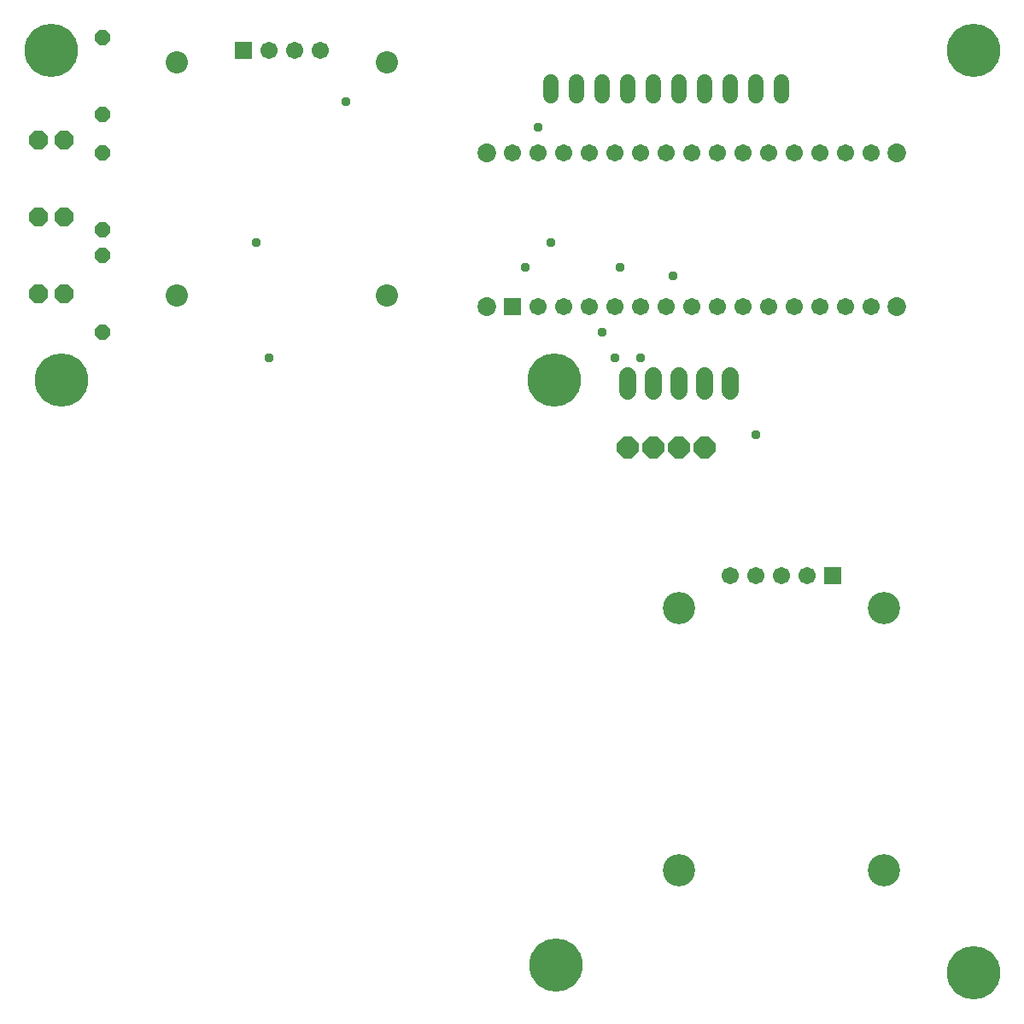
<source format=gbr>
G04 EAGLE Gerber X2 export*
%TF.Part,Single*%
%TF.FileFunction,Soldermask,Bot,1*%
%TF.FilePolarity,Negative*%
%TF.GenerationSoftware,Autodesk,EAGLE,8.6.3*%
%TF.CreationDate,2019-03-08T18:13:08Z*%
G75*
%MOMM*%
%FSLAX34Y34*%
%LPD*%
%AMOC8*
5,1,8,0,0,1.08239X$1,22.5*%
G01*
%ADD10P,2.309387X8X22.500000*%
%ADD11P,2.034460X8X22.500000*%
%ADD12R,1.711200X1.711200*%
%ADD13C,1.711200*%
%ADD14C,1.854200*%
%ADD15P,1.649562X8X112.500000*%
%ADD16C,1.727200*%
%ADD17C,1.524000*%
%ADD18C,2.203200*%
%ADD19C,3.203200*%
%ADD20C,0.959600*%
%ADD21C,5.283200*%


D10*
X660400Y558800D03*
X609600Y558800D03*
X635000Y558800D03*
X685800Y558800D03*
D11*
X25400Y711200D03*
X50800Y711200D03*
X25400Y787400D03*
X50800Y787400D03*
X25400Y863600D03*
X50800Y863600D03*
D12*
X495300Y698500D03*
D13*
X520700Y698500D03*
X546100Y698500D03*
X571500Y698500D03*
X596900Y698500D03*
X622300Y698500D03*
X647700Y698500D03*
X673100Y698500D03*
X698500Y698500D03*
X723900Y698500D03*
X749300Y698500D03*
X774700Y698500D03*
X495300Y850900D03*
X520700Y850900D03*
X546100Y850900D03*
X571500Y850900D03*
X596900Y850900D03*
X622300Y850900D03*
X673100Y850900D03*
X698500Y850900D03*
X749300Y850900D03*
X774700Y850900D03*
X723900Y850900D03*
X647700Y850900D03*
X800100Y698500D03*
X825500Y698500D03*
X850900Y698500D03*
X800100Y850900D03*
X825500Y850900D03*
X850900Y850900D03*
D14*
X876300Y698500D03*
X876300Y850900D03*
X469900Y850900D03*
X469900Y698500D03*
D15*
X88900Y889000D03*
X88900Y965200D03*
X88900Y673100D03*
X88900Y749300D03*
X88900Y774700D03*
X88900Y850900D03*
D16*
X609600Y629920D02*
X609600Y614680D01*
X635000Y614680D02*
X635000Y629920D01*
X660400Y629920D02*
X660400Y614680D01*
X685800Y614680D02*
X685800Y629920D01*
X711200Y629920D02*
X711200Y614680D01*
D17*
X762000Y907796D02*
X762000Y921004D01*
X736600Y921004D02*
X736600Y907796D01*
X711200Y907796D02*
X711200Y921004D01*
X685800Y921004D02*
X685800Y907796D01*
X660400Y907796D02*
X660400Y921004D01*
X635000Y921004D02*
X635000Y907796D01*
X609600Y907796D02*
X609600Y921004D01*
X584200Y921004D02*
X584200Y907796D01*
X558800Y907796D02*
X558800Y921004D01*
X533400Y921004D02*
X533400Y907796D01*
D12*
X228600Y952500D03*
D13*
X254000Y952500D03*
X279400Y952500D03*
X304800Y952500D03*
D18*
X162560Y941070D03*
X370840Y941070D03*
X370840Y709930D03*
X162560Y709930D03*
D12*
X812800Y431800D03*
D13*
X787400Y431800D03*
X762000Y431800D03*
X736600Y431800D03*
D19*
X863600Y400050D03*
X660400Y400050D03*
X660400Y139700D03*
X863600Y139700D03*
D13*
X711200Y431800D03*
D20*
X520700Y876300D03*
X330200Y901700D03*
X654852Y729448D03*
X584200Y673100D03*
X601754Y737294D03*
X533400Y762000D03*
X508000Y737294D03*
X596900Y647700D03*
X622300Y647700D03*
X736600Y571500D03*
D21*
X952500Y38100D03*
X952500Y952500D03*
X38100Y952500D03*
X48260Y626110D03*
X537210Y626110D03*
X538480Y45720D03*
D20*
X254000Y647700D03*
X241300Y762000D03*
M02*

</source>
